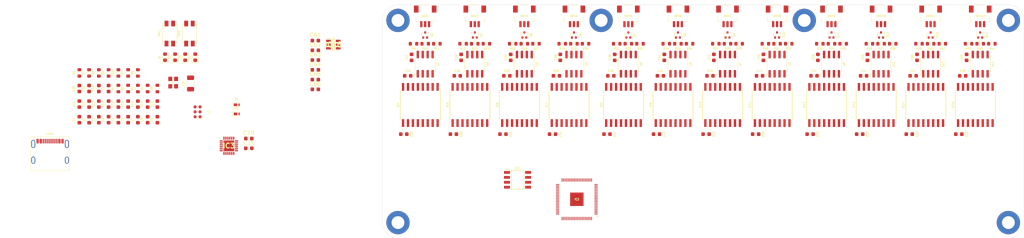
<source format=kicad_pcb>
(kicad_pcb (version 20241229) (generator "pcbnew") (generator_version "9.0")
  (layers (0 "F.Cu" signal) (4 "In1.Cu" power "GND.Cu") (6 "In2.Cu" power "PWR.Cu") (2 "B.Cu" signal) (13 "F.Paste" user) (15 "B.Paste" user) (5 "F.SilkS" user "F.Silkscreen") (7 "B.SilkS" user "B.Silkscreen") (1 "F.Mask" user) (3 "B.Mask" user) (25 "Edge.Cuts" user))
  (net 0 "")
  (net 1 "3V3")
  (net 2 "GND")
  (net 3 "1V1")
  (net 4 "Net-(IC2-VREG_LX)")
  (net 5 "Net-(IC2-VREG_AVDD)")
  (net 6 "/MCU/RUN")
  (net 7 "Net-(USB1-SHIELD)")
  (net 8 "/MCU/USB_DP")
  (net 9 "/MCU/USB_DN")
  (net 10 "/MCU/QSPI_SD2")
  (net 11 "/MCU/QSPI_SS")
  (net 12 "/MCU/QSPI_SD0")
  (net 13 "/MCU/QSPI_SD3")
  (net 14 "/MCU/QSPI_SCLK")
  (net 15 "/MCU/QSPI_SD1")
  (net 16 "5V0")
  (net 17 "/DMX_CH4/GND_DMX")
  (net 18 "/DMX_CH4/5V_DMX")
  (net 19 "/DMX_CH5/GND_DMX")
  (net 20 "Net-(IC2-XIN)")
  (net 21 "/DMX_CH5/5V_DMX")
  (net 23 "/DMX_CH6/5V_DMX")
  (net 24 "/DMX_CH6/GND_DMX")
  (net 25 "Net-(IC2-USB_DM)")
  (net 27 "Net-(IC2-USB_DP)")
  (net 28 "/DMX_CH7/5V_DMX")
  (net 29 "/DMX_CH7/GND_DMX")
  (net 35 "/MCU/SWD")
  (net 37 "/MCU/SWCLK")
  (net 41 "/DMX_CH4/DMX_P")
  (net 42 "/DMX_CH4/DMX_N")
  (net 43 "/DMX_CH5/DMX_N")
  (net 44 "/DMX_CH5/DMX_P")
  (net 45 "/DMX_CH6/DMX_N")
  (net 46 "/DMX_CH6/DMX_P")
  (net 47 "/DMX_CH7/DMX_P")
  (net 48 "/DMX_CH7/DMX_N")
  (net 49 "/DMX0_TXD")
  (net 51 "/DMX4_TXE")
  (net 52 "/MCU/SPI_CS_DISP")
  (net 55 "/DMX2_RXD")
  (net 57 "/DMX7_RXD")
  (net 58 "/DMX2_TXD")
  (net 59 "/DMX0_RXD")
  (net 60 "/DMX5_TXE")
  (net 62 "/DMX7_TXE")
  (net 63 "/MCU/ENC_B")
  (net 64 "/DMX4_TXD")
  (net 65 "/MCU/ENC_A")
  (net 66 "/DMX5_RXD")
  (net 67 "/DMX1_RXD")
  (net 68 "/DMX2_TXE")
  (net 69 "/MCU/ENC_SW")
  (net 71 "5V")
  (net 72 "/MCU/~{USB_BOOT}")
  (net 73 "Net-(USB1-CC1)")
  (net 74 "Net-(USB1-CC2)")
  (net 76 "/MCU/SPI_MISO")
  (net 79 "/DMX_CH0/GND_DMX")
  (net 80 "/DMX_CH0/5V_DMX")
  (net 81 "/DMX_CH1/GND_DMX")
  (net 82 "/DMX_CH1/5V_DMX")
  (net 83 "/DMX_CH2/GND_DMX")
  (net 84 "/DMX_CH2/5V_DMX")
  (net 85 "/DMX_CH3/5V_DMX")
  (net 86 "/DMX_CH3/GND_DMX")
  (net 87 "/DMX_CH0/DMX_P")
  (net 88 "/DMX_CH0/DMX_N")
  (net 89 "/DMX_CH1/DMX_N")
  (net 90 "/DMX_CH1/DMX_P")
  (net 91 "/DMX_CH2/DMX_N")
  (net 92 "/DMX_CH2/DMX_P")
  (net 93 "/DMX_CH3/DMX_P")
  (net 94 "/DMX_CH3/DMX_N")
  (net 95 "/DMX_CH0/RO_5V")
  (net 96 "/DMX_CH0/DE_5V")
  (net 97 "/DMX4_RXD")
  (net 98 "/DMX_CH0/DI_5V")
  (net 99 "/DMX_CH1/DI_5V")
  (net 100 "/DMX_CH1/DE_5V")
  (net 101 "/DMX_CH1/RO_5V")
  (net 102 "/DMX_CH2/DI_5V")
  (net 103 "/DMX_CH2/DE_5V")
  (net 104 "/DMX_CH2/RO_5V")
  (net 105 "/DMX_CH3/DE_5V")
  (net 106 "/DMX_CH3/RO_5V")
  (net 107 "/DMX_CH3/DI_5V")
  (net 108 "/DMX6_TXE")
  (net 109 "/DMX6_RXD")
  (net 110 "/MCU/SPI_SCLK")
  (net 111 "/DMX3_RXD")
  (net 113 "/DMX0_TXE")
  (net 114 "/DMX3_TXE")
  (net 116 "/DMX5_TXD")
  (net 118 "/DMX1_TXD")
  (net 120 "/MCU/I2C_SDA")
  (net 121 "/MCU/SPI_CS_ETH")
  (net 122 "/MCU/SPI_MOSI")
  (net 123 "/DMX10_RXD")
  (net 124 "/DMX7_TXD")
  (net 125 "/DMX1_TXE")
  (net 126 "/DMX8_RXD")
  (net 127 "/DMX3_TXD")
  (net 128 "/MCU/SPI_A0_DISP")
  (net 129 "/DMX6_TXD")
  (net 130 "/DMX8_TXE")
  (net 131 "/MCU/I2C_SCL")
  (net 132 "/DMX10_TXD")
  (net 133 "/DMX8_TXD")
  (net 134 "/DMX9_TXD")
  (net 136 "/DMX9_RXD")
  (net 137 "/DMX9_TXE")
  (net 139 "/DMX11_TXD")
  (net 140 "/DMX11_RXD")
  (net 141 "/MCU/EXP_INT")
  (net 144 "/DMX10_TXE")
  (net 145 "/MCU/NEO_PIXEL")
  (net 146 "/MCU/DEV_RST")
  (net 149 "/MCU/ETH_INT")
  (net 150 "/DMX11_TXE")
  (net 153 "/DMX_CH4/DI_5V")
  (net 154 "/DMX_CH4/DE_5V")
  (net 157 "/DMX_CH4/RO_5V")
  (net 158 "/DMX_CH5/DE_5V")
  (net 160 "/DMX_CH5/DI_5V")
  (net 165 "/DMX_CH5/RO_5V")
  (net 167 "/DMX_CH6/DE_5V")
  (net 168 "/DMX_CH6/RO_5V")
  (net 170 "/DMX_CH6/DI_5V")
  (net 175 "/DMX_CH7/DE_5V")
  (net 177 "/DMX_CH7/RO_5V")
  (net 179 "/DMX_CH7/DI_5V")
  (net 188 "/DMX_CH8/5V_DMX")
  (net 189 "/DMX_CH8/GND_DMX")
  (net 190 "/DMX_CH9/GND_DMX")
  (net 191 "/DMX_CH9/5V_DMX")
  (net 192 "/DMX_CH10/5V_DMX")
  (net 193 "/DMX_CH10/GND_DMX")
  (net 194 "/DMX_CH11/5V_DMX")
  (net 195 "/DMX_CH11/GND_DMX")
  (net 196 "/DMX_CH8/DMX_N")
  (net 197 "/DMX_CH8/DMX_P")
  (net 198 "/DMX_CH9/DMX_P")
  (net 199 "/DMX_CH9/DMX_N")
  (net 200 "/DMX_CH10/DMX_P")
  (net 201 "/DMX_CH10/DMX_N")
  (net 202 "/DMX_CH11/DMX_P")
  (net 203 "/DMX_CH11/DMX_N")
  (net 207 "/MCU/DISP_LED")
  (net 208 "/DMX_CH8/DI_5V")
  (net 209 "/DMX_CH8/RO_5V")
  (net 211 "/DMX_CH8/DE_5V")
  (net 215 "/DMX_CH9/RO_5V")
  (net 218 "/DMX_CH9/DE_5V")
  (net 219 "/DMX_CH9/DI_5V")
  (net 223 "/DMX_CH10/DE_5V")
  (net 224 "/DMX_CH10/RO_5V")
  (net 225 "/DMX_CH10/DI_5V")
  (net 231 "/DMX_CH11/RO_5V")
  (net 232 "/DMX_CH11/DE_5V")
  (net 233 "/DMX_CH11/DI_5V")
  (footprint "Capacitor_SMD:C_0603_1608Metric" (layer "F.Cu") (at 7.5 13.5 -90)
    (property "Reference" "C27")
    (property "Value" "1u/6V3")
  )
  (footprint "SamacSys_Parts:SM03BSRSSTBLFSN" (layer "F.Cu") (at 115.5 2.5 180)
    (property "Reference" "DMX9")
    (property "Value" "SM03B-SRSS-TB_LF__SN_" (hide yes))
  )
  (footprint "Resistor_SMD:R_0603_1608Metric" (layer "F.Cu") (at 14 10)
    (property "Reference" "R11")
    (property "Value" "R")
  )
  (footprint "SamacSys_Parts:18024215401H" (layer "F.Cu") (at 74.75 25.75)
    (property "Reference" "IC9")
    (property "Value" "18024215401H" (hide yes))
  )
  (footprint "Package_SO:SOIC-8_3.9x4.9mm_P1.27mm" (layer "F.Cu") (at 88.75 15.25 90)
    (property "Reference" "U7")
    (property "Value" "ST485E")
  )
  (footprint "Capacitor_SMD:C_0603_1608Metric" (layer "F.Cu") (at -62.895 25.525 90)
    (property "Reference" "C16")
    (property "Value" "0u1/6V3")
  )
  (footprint "Resistor_SMD:R_0603_1608Metric" (layer "F.Cu") (at 73 10)
    (property "Reference" "R24")
    (property "Value" "R")
  )
  (footprint "Capacitor_SMD:C_0603_1608Metric" (layer "F.Cu") (at -77.955 29.535 90)
    (property "Reference" "C1")
    (property "Value" "0u1/6V3")
  )
  (footprint "Capacitor_SMD:C_0603_1608Metric" (layer "F.Cu") (at -70.425 29.535 90)
    (property "Reference" "C4")
    (property "Value" "4u7/6V3")
  )
  (footprint "Resistor_SMD:R_0603_1608Metric" (layer "F.Cu") (at 8 10)
    (property "Reference" "R9")
    (property "Value" "R")
  )
  (footprint "Capacitor_SMD:C_0603_1608Metric" (layer "F.Cu") (at -67.915 25.525 90)
    (property "Reference" "C14")
    (property "Value" "0u1/6V3")
  )
  (footprint "Resistor_SMD:R_0603_1608Metric" (layer "F.Cu") (at 79 10)
    (property "Reference" "R26")
    (property "Value" "R")
  )
  (footprint "Resistor_SMD:R_0603_1608Metric" (layer "F.Cu") (at 63.25 10)
    (property "Reference" "R22")
    (property "Value" "R")
  )
  (footprint "Resistor_SMD:R_0603_1608Metric" (layer "F.Cu") (at -62.895 21.515 90)
    (property "Reference" "R3")
    (property "Value" "27")
  )
  (footprint "Resistor_SMD:R_0603_1608Metric" (layer "F.Cu") (at 23.75 10)
    (property "Reference" "R13")
    (property "Value" "R")
  )
  (footprint "Button_Switch_SMD:SW_SPST_EVQP2" (layer "F.Cu") (at -49.635 7.375 90)
    (property "Reference" "SW2")
    (property "Value" "SW_SPST")
  )
  (footprint "Package_TO_SOT_SMD:SOT-416" (layer "F.Cu") (at 153.75 7.75 90)
    (property "Reference" "D14")
    (property "Value" "RCLAMP0502B")
  )
  (footprint "Resistor_SMD:R_0603_1608Metric" (layer "F.Cu") (at 85.75 10)
    (property "Reference" "R27")
    (property "Value" "R")
  )
  (footprint "Capacitor_SMD:C_0603_1608Metric" (layer "F.Cu") (at 150.25 13.5 -90)
    (property "Reference" "C60")
    (property "Value" "1u/6V3")
  )
  (footprint "Capacitor_SMD:C_0603_1608Metric" (layer "F.Cu") (at -70.425 25.525 90)
    (property "Reference" "C13")
    (property "Value" "0u1/6V3")
  )
  (footprint "LED_SMD:LED_0603_1608Metric" (layer "F.Cu") (at -48.145 13.455 90)
    (property "Reference" "D4")
    (property "Value" "LED")
  )
  (footprint "Capacitor_SMD:C_0603_1608Metric" (layer "F.Cu") (at -70.425 21.515 90)
    (property "Reference" "L1")
    (property "Value" "3u3")
  )
  (footprint "Package_SO:SOIC-8_3.9x4.9mm_P1.27mm" (layer "F.Cu") (at 63.25 15.25 90)
    (property "Reference" "U5")
    (property "Value" "ST485E")
  )
  (footprint "Resistor_SMD:R_0603_1608Metric" (layer "F.Cu") (at 36.5 10)
    (property "Reference" "R16")
    (property "Value" "R")
  )
  (footprint "Resistor_SMD:R_0603_1608Metric" (layer "F.Cu") (at -65.405 17.505 90)
    (property "Reference" "R7")
    (property "Value" "5k1")
  )
  (footprint "Capacitor_SMD:C_0603_1608Metric" (layer "F.Cu") (at 33 13.5 -90)
    (property "Reference" "C33")
    (property "Value" "1u/6V3")
  )
  (footprint "Button_Switch_SMD:SW_SPST_EVQP2" (layer "F.Cu") (at -54.685 7.375 90)
    (property "Reference" "SW1")
    (property "Value" "SW_SPST")
  )
  (footprint "Capacitor_SMD:C_0603_1608Metric" (layer "F.Cu") (at -17.26 9.18)
    (property "Reference" "C61")
    (property "Value" "10u/6V3")
  )
  (footprint "Resistor_SMD:R_0603_1608Metric" (layer "F.Cu") (at 115.5 10)
    (property "Reference" "R34")
    (property "Value" "R")
  )
  (footprint "SamacSys_Parts:SM03BSRSSTBLFSN" (layer "F.Cu") (at 128.25 2.5 180)
    (property "Reference" "DMX10")
    (property "Value" "SM03B-SRSS-TB_LF__SN_" (hide yes))
  )
  (footprint "Resistor_SMD:R_0603_1608Metric" (layer "F.Cu") (at 144 10)
    (property "Reference" "R41")
    (property "Value" "R")
  )
  (footprint "Capacitor_SMD:C_0603_1608Metric" (layer "F.Cu") (at -34.37 36.89)
    (property "Reference" "C21")
    (property "Value" "0u1/6V3")
  )
  (footprint "SamacSys_Parts:18024215401H" (layer "F.Cu") (at 9.75 25.75)
    (property "Reference" "IC4")
    (property "Value" "18024215401H" (hide yes))
  )
  (footprint "SamacSys_Parts:SiT1602_2.5x2mm" (layer "F.Cu") (at -53.82 19.99 90)
    (property "Reference" "Y1")
    (property "Value" "SiT1602AC-13-33E-12.000000" (hide yes))
  )
  (footprint "Resistor_SMD:R_0603_1608Metric" (layer "F.Cu") (at 46.25 10)
    (property "Reference" "R18")
    (property "Value" "R")
  )
  (footprint "Resistor_SMD:R_0603_1608Metric" (layer "F.Cu") (at 20.75 10)
    (property "Reference" "R12")
    (property "Value" "R")
  )
  (footprint "Resistor_SMD:R_0603_1608Metric" (layer "F.Cu") (at 91.75 10)
    (property "Reference" "R29")
    (property "Value" "R")
  )
  (footprint "Capacitor_SMD:C_0603_1608Metric" (layer "F.Cu") (at 70.5 33.25)
    (property "Reference" "C40")
    (property "Value" "10u/6V3")
  )
  (footprint "Capacitor_SMD:C_0603_1608Metric" (layer "F.Cu") (at 124.75 13.5 -90)
    (property "Reference" "C53")
    (property "Value" "10u/6V3")
  )
  (footprint "Capacitor_SMD:C_0603_1608Metric" (layer "F.Cu") (at 57.75 33.25)
    (property "Reference" "C37")
    (property "Value" "10u/6V3")
  )
  (footprint "SamacSys_Parts:18024215401H" (layer "F.Cu") (at 100.25 25.75)
    (property "Reference" "IC11")
    (property "Value" "18024215401H" (hide yes))
  )
  (footprint "Resistor_SMD:R_0603_1608Metric" (layer "F.Cu") (at -70.425 17.505 90)
    (property "Reference" "R9")
    (property "Value" "10k")
  )
  (footprint "Package_SO:SOIC-8_3.9x4.9mm_P1.27mm" (layer "F.Cu") (at 49.25 15.25 90)
    (property "Reference" "U4")
    (property "Value" "ST485E")
  )
  (footprint "SamacSys_Parts:SM03BSRSSTBLFSN" (layer "F.Cu") (at 63.25 2.5 180)
    (property "Reference" "DMX5")
    (property "Value" "SM03B-SRSS-TB_LF__SN_" (hide yes))
  )
  (footprint "Package_TO_SOT_SMD:SOT-416" (layer "F.Cu") (at 11 7.75 90)
    (property "Reference" "D3")
    (property "Value" "RCLAMP0502B")
  )
  (footprint "SamacSys_Parts:18024215401H" (layer "F.Cu") (at 87.5 25.75)
    (property "Reference" "IC10")
    (property "Value" "18024215401H" (hide yes))
  )
  (footprint "Capacitor_SMD:C_0603_1608Metric" (layer "F.Cu") (at 83.25 33.25)
    (property "Reference" "C43")
    (property "Value" "10u/6V3")
  )
  (footprint "SamacSys_Parts:SM03BSRSSTBLFSN" (layer "F.Cu") (at 141 2.5 180)
    (property "Reference" "DMX11")
    (property "Value" "SM03B-SRSS-TB_LF__SN_" (hide yes))
  )
  (footprint "SamacSys_Parts:18024215401H" (layer "F.Cu") (at 22.5 25.75)
    (property "Reference" "IC5")
    (property "Value" "18024215401H" (hide yes))
  )
  (footprint "SamacSys_Parts:SM03BSRSSTBLFSN" (layer "F.Cu") (at 36.5 2.5 180)
    (property "Reference" "DMX3")
    (property "Value" "SM03B-SRSS-TB_LF__SN_" (hide yes))
  )
  (footprint "Diode_SMD:Nexperia_DSN1608-2_1.6x0.8mm" (layer "F.Cu") (at -37.485 28.05)
    (property "Reference" "D2")
    (property "Value" "PTVS5V0Z1USK")
  )
  (footprint "Capacitor_SMD:C_0603_1608Metric" (layer "F.Cu") (at 59.75 13.5 -90)
    (property "Reference" "C39")
    (property "Value" "1u/6V3")
  )
  (footprint "Package_TO_SOT_SMD:SOT-416" (layer "F.Cu") (at 141 7.75 90)
    (property "Reference" "D13")
    (property "Value" "RCLAMP0502B")
  )
  (footprint "Capacitor_SMD:C_0603_1608Metric" (layer "F.Cu") (at 97 18.25)
    (property "Reference" "C47")
    (property "Value" "10u/6V3")
  )
  (footprint "Package_TO_SOT_SMD:SOT-416" (layer "F.Cu") (at 76 7.75 90)
    (property "Reference" "D8")
    (property "Value" "RCLAMP0502B")
  )
  (footprint "Capacitor_SMD:C_0603_1608Metric" (layer "F.Cu") (at -77.955 21.515 90)
    (property "Reference" "C20")
    (property "Value" "0u1/6V3")
  )
  (footprint "Package_TO_SOT_SMD:SOT-416" (layer "F.Cu") (at 88.75 7.75 90)
    (property "Reference" "D9")
    (property "Value" "RCLAMP0502B")
  )
  (footprint "Resistor_SMD:R_0603_1608Metric" (layer "F.Cu") (at -57.875 21.515 90)
    (property "Reference" "R5")
    (property "Value" "33")
  )
  (footprint "Package_SO:SOIC-8_3.9x4.9mm_P1.27mm" (layer "F.Cu") (at 23.75 15.25 90)
    (property "Reference" "U2")
    (property "Value" "ST485E")
  )
  (footprint "Package_TO_SOT_SMD:SOT-416" (layer "F.Cu") (at 115.5 7.75 90)
    (property "Reference" "D11")
    (property "Value" "RCLAMP0502B")
  )
  (footprint "Capacitor_SMD:C_0603_1608Metric" (layer "F.Cu") (at 32 18.25)
    (property "Reference" "C32")
    (property "Value" "10u/6V3")
  )
  (footprint "Package_TO_SOT_SMD:SOT-416" (layer "F.Cu") (at 128.25 7.75 90)
    (property "Reference" "D12")
    (property "Value" "RCLAMP0502B")
  )
  (footprint "Resistor_SMD:R_0603_1608Metric" (layer "F.Cu") (at -67.915 17.505 90)
    (property "Reference" "R10")
    (property "Value" "10k")
  )
  (footprint "Capacitor_SMD:C_0603_1608Metric" (layer "F.Cu") (at 123.75 18.25)
    (property "Reference" "C54")
    (property "Value" "1u/6V3")
  )
  (footprint "Resistor_SMD:R_0603_1608Metric" (layer "F.Cu") (at -67.915 21.515 90)
    (property "Reference" "R1")
    (property "Value" "10k")
  )
  (footprint "Capacitor_SMD:C_0603_1608Metric" (layer "F.Cu") (at -65.405 25.525 90)
    (property "Reference" "C15")
    (property "Value" "0u1/6V3")
  )
  (footprint "Resistor_SMD:R_0603_1608Metric" (layer "F.Cu") (at 128.25 10)
    (property "Reference" "R37")
    (property "Value" "R")
  )
  (footprint "Capacitor_SMD:C_0603_1608Metric" (layer "F.Cu") (at 149.25 18.25)
    (property "Reference" "C59")
    (property "Value" "10u/6V3")
  )
  (footprint "Capacitor_SMD:C_0603_1608Metric" (layer "F.Cu") (at 96 33.25)
    (property "Reference" "C46")
    (property "Value" "10u/6V3")
  )
  (footprint "Package_TO_SOT_SMD:SOT-416" (layer "F.Cu") (at 101.5 7.75 90)
    (property "Reference" "D10")
    (property "Value" "RCLAMP0502B")
  )
  (footprint "Capacitor_SMD:C_0603_1608Metric" (layer "F.Cu") (at -72.935 25.525 90)
    (property "Reference" "C12")
    (property "Value" "0u1/6V3")
  )
  (footprint "Capacitor_SMD:C_0603_1608Metric" (layer "F.Cu") (at -60.385 29.535 90)
    (property "Reference" "C8")
    (property "Value" "0u1/6V3")
  )
  (footprint "Connector:Tag-Connect_TC2030-IDC-NL_2x03_P1.27mm_Vertical" (layer "F.Cu") (at -47.545 27.515 90)
    (property "Reference" "J1")
    (property "Value" "Conn_ARM_SWD_TagConnect_TC2030-NL")
  )
  (footprint "SamacSys_Parts:18024215401H" (layer "F.Cu") (at 35.25 25.75)
    (property "Reference" "IC6")
    (property "Value" "18024215401H" (hide yes))
  )
  (footprint "Capacitor_SMD:C_0603_1608Metric" (layer "F.Cu") (at -17.26 21.73)
    (property "Reference" "C66")
    (property "Value" "10u/6V3")
  )
  (footprint "Resistor_SMD:R_0603_1608Metric" (layer "F.Cu") (at -77.955 17.505 90)
    (property "Reference" "R6")
    (property "Value" "1k")
  )
  (footprint "SamacSys_Parts:18024215401H" (layer "F.Cu") (at 114.25 25.75)
    (property "Reference" "IC12")
    (property "Value" "18024215401H" (hide yes))
  )
  (footprint "Resistor_SMD:R_0603_1608Metric" (layer "F.Cu") (at 33.5 10)
    (property "Reference" "R15")
    (property "Value" "R")
  )
  (footprint "Capacitor_SMD:C_0603_1608Metric" (layer "F.Cu") (at 19.25 18.25)
    (property "Reference" "C30")
    (property "Value" "1u/6V3")
  )
  (footprint "Resistor_SMD:R_0603_1608Metric" (layer "F.Cu") (at 76 10)
    (property "Reference" "R25")
    (property "Value" "R")
  )
  (footprint "Capacitor_SMD:C_0603_1608Metric" (layer "F.Cu") (at 84.25 18.25)
    (property "Reference" "C45")
    (property "Value" "1u/6V3")
  )
  (footprint "Capacitor_SMD:C_0603_1608Metric" (layer "F.Cu") (at -17.26 19.22)
    (property "Reference" "C65")
    (property "Value" "10u/6V3")
  )
  (footprint "Resistor_SMD:R_0603_1608Metric" (layer "F.Cu") (at 156.75 10)
    (property "Reference" "R44")
    (property "Value" "R")
  )
  (footprint "Resistor_SMD:R_0603_1608Metric" (layer "F.Cu") (at 66.25 10)
    (property "Reference" "R23")
    (property "Value" "R")
  )
  (footprint "Resistor_SMD:R_0603_1608Metric" (layer "F.Cu") (at -60.385 21.515 90)
    (property "Reference" "R4")
    (property "Value" "27")
  )
  (footprint "Resistor_SMD:R_0603_1608Metric" (layer "F.Cu") (at 104.5 10)
    (property "Reference" "R32")
    (property "Value" "R")
  )
  (footprint "Capacitor_SMD:C_0603_1608Metric" (layer "F.Cu") (at 148.25 33.25)
    (property "Reference" "C58")
    (property "Value" "10u/6V3")
  )
  (footprint "Package_TO_SOT_SMD:SOT-416" (layer "F.Cu") (at 63.25 7.75 90)
    (property "Reference" "D7")
    (property "Value" "RCLAMP0502B")
  )
  (footprint "SamacSys_Parts:SOT95P280X95-6N" (layer "F.Cu") (at -12.63 10.225)
    (property "Reference" "IC16")
    (property "Value" "TPP361063-T6TR" (hide yes))
  )
  (footprint "SamacSys_Parts:SM03BSRSSTBLFSN" (layer "F.Cu") (at 23.75 2.5 180)
    (property "Reference" "DMX2")
    (property "Value" "SM03B-SRSS-TB_LF__SN_" (hide yes))
  )
  (footprint "Package_TO_SOT_SMD:SOT-416" (layer "F.Cu") (at 23.75 7.75 90)
    (property "Reference" "D4")
    (property "Value" "RCLAMP0502B")
  )
  (footprint "Capacitor_SMD:C_0603_1608Metric" (layer "F.Cu") (at 31 33.25)
    (property "Reference" "C31")
    (property "Value" "10u/6V3")
  )
  (footprint "Capacitor_SMD:C_0603_1608Metric" (layer "F.Cu") (at 58.75 18.25)
    (property "Reference" "C38")
    (property "Value" "10u/6V3")
  )
  (footprint "SamacSys_Parts:18024215401H" (layer "F.Cu") (at 152.5 25.75)
    (property "Reference" "IC15")
    (property "Value" "18024215401H" (hide yes))
  )
  (footprint "Capacitor_SMD:C_0603_1608Metric" (layer "F.Cu") (at 135.5 33.25)
    (property "Reference" "C55")
    (property "Value" "10u/6V3")
  )
  (footprint "SamacSys_Parts:SM03BSRSSTBLFSN" (layer "F.Cu") (at 101.5 2.5 180)
    (property "Reference" "DMX8")
    (property "Value" "SM03B-SRSS-TB_LF__SN_" (hide yes))
  )
  (footprint "Capacitor_SMD:C_0603_1608Metric" (layer "F.Cu") (at 43.75 33.25)
    (property "Reference" "C34")
    (property "Value" "10u/6V3")
  )
  (footprint "Resistor_SMD:R_0603_1608Metric" (layer "F.Cu") (at 112.5 10)
    (property "Reference" "R33")
    (property "Value" "R")
  )
  (footprint "Capacitor_SMD:C_0603_1608Metric" (layer "F.Cu") (at 71.5 18.25)
    (property "Reference" "C42")
    (property "Value" "1u/6V3")
  )
  (footprint "Capacitor_SMD:C_0603_1608Metric" (layer "F.Cu") (at 6.5 18.25)
    (property "Reference" "C26")
    (property "Value" "10u/6V3")
  )
  (footprint "Capacitor_SMD:C_0603_1608Metric" (layer "F.Cu") (at 111 18.25)
    (property "Reference" "C51")
    (property "Value" "1u/6V3")
  )
  (footprint "SamacSys_Parts:18024215401H" (layer "F.Cu") (at 48 25.75)
    (property "Reference" "IC7")
    (property "Value" "18024215401H" (hide yes))
  )
  (footprint "Resistor_SMD:R_0603_1608Metric" (layer "F.Cu") (at 11 10)
    (property "Reference" "R10")
    (property "Value" "R")
  )
  (footprint "SamacSys_Parts:USB4105-GF-A" (layer "F.Cu") (at -85.485 39.95)
    (property "Reference" "USB1")
    (property "Value" "~")
  )
  (footprint "Package_SO:SOIC-8_3.9x4.9mm_P1.27mm" (layer "F.Cu") (at 153.75 15.25 90)
    (property "Reference" "U12")
    (property "Value" "ST485E")
  )
  (footprint "SamacSys_Parts:18024215401H" (layer "F.Cu") (at 127 25.75)
    (property "Reference" "IC13")
    (property "Value" "18024215401H" (hide yes))
  )
  (footprint "SamacSys_Parts:SM03BSRSSTBLFSN" (layer "F.Cu") (at 153.75 2.5 180)
    (property "Reference" "DMX12")
    (property "Value" "SM03B-SRSS-TB_LF__SN_" (hide yes))
  )
  (footprint "Capacitor_SMD:C_0603_1608Metric" (layer "F.Cu") (at -17.26 11.69)
    (property "Reference" "C62")
    (property "Value" "10u/6V3")
  )
  (footprint "Resistor_SMD:R_0603_1608Metric" (layer "F.Cu") (at 60.25 10)
    (property "Reference" "R21")
    (property "Value" "R")
  )
  (footprint "SamacSys_Parts:18024215401H" (layer "F.Cu") (at 62 25.75)
    (property "Reference" "IC8")
    (property "Value" "18024215401H" (hide yes))
  )
  (footprint "Capacitor_SMD:C_0603_1608Metric" (layer "F.Cu") (at -72.935 29.535 90)
    (property "Reference" "C3")
    (property "Value" "4u7/6V3")
  )
  (footprint "Capacitor_SMD:C_0603_1608Metric" (layer "F.Cu") (at 44.75 18.25)
    (property "Reference" "C35")
    (property "Value" "10u/6V3")
  )
  (footprint "Package_SO:SOIC-8_3.9x4.9mm_P1.27mm" (layer "F.Cu") (at 36.5 15.25 90)
    (property "Reference" "U3")
    (property "Value" "ST485E")
  )
  (footprint "Capacitor_SMD:C_0603_1608Metric" (layer "F.Cu") (at 18.25 33.25)
    (property "Reference" "C28")
    (property "Value" "10u/6V3")
  )
  (footprint "Resistor_SMD:R_0603_1608Metric" (layer "F.Cu") (at 141 10)
    (property "Reference" "R40")
    (property "Value" "R")
  )
  (footprint "Resistor_SMD:R_0603_1608Metric" (layer "F.Cu") (at -72.935 17.505 90)
    (property "Reference" "R8")
    (property "Value" "10k")
  )
  (footprint "Package_SO:SOIC-8_3.9x4.9mm_P1.27mm" (layer "F.Cu") (at 76 15.25 90)
    (property "Reference" "U6")
    (property "Value" "ST485E")
  )
  (footprint "SamacSys_Parts:QFN50P400X400X80-25N-D" (layer "F.Cu") (at -39.5 36.25)
    (property "Reference" "IC3")
    (property "Value" "KTS1622EUAA-TR" (hide yes))
  )
  (footprint "Resistor_SMD:R_0603_1608Metric" (layer "F.Cu") (at 39.5 10)
    (property "Reference" "R17")
    (property "Value" "R")
  )
  (footprint "Capacitor_SMD:C_0603_1608Metric" (layer "F.Cu") (at -77.955 25.525 90)
    (property "Reference" "C10")
    (property "Value" "0u1/6V3")
  )
  (footprint "Resistor_SMD:R_0603_1608Metric" (layer "F.Cu") (at 153.75 10)
    (property "Reference" "R43")
    (property "Value" "R")
  )
  (footprint "Resistor_SMD:R_0603_1608Metric" (layer "F.Cu") (at -75.445 17.505 90)
    (property "Reference" "R7")
    (property "Value" "10k")
  )
  (footprint "Resistor_SMD:R_0603_1608Metric" (layer "F.Cu") (at 131.25 10)
    (property "Reference" "R38")
    (property "Value" "R")
  )
  (footprint "Capacitor_SMD:C_0603_1608Metric" (layer "F.Cu") (at 112 13.5 -90)
    (property "Reference" "C50")
    (property "Value" "10u/6V3")
  )
  (footprint "LED_SMD:LED_0603_1608Metric" (layer "F.Cu") (at -55.915 13.455 90)
    (property "Reference" "D1")
    (property "Value" "LED")
  )
  (footprint "SamacSys_Parts:SOIC127P600X175-8N" (layer "F.Cu") (at 34.75 45)
    (property "Reference" "IC1")
    (property "Value" "W25Q16JVSNIQ" (hide yes))
  )
  (footprint "Capacitor_SMD:C_0603_1608Metric" (layer "F.Cu") (at -17.26 14.2)
    (property "Reference" "C63")
    (property "Value" "10u/6V3")
  )
  (footprint "Capacitor_SMD:C_0603_1608Metric" (layer "F.Cu") (at 137.5 13.5 -90)
    (property "Reference" "C56")
    (property "Value" "10u/6V3")
  )
  (footprint "Capacitor_SMD:C_0603_1608Metric" (layer "F.Cu") (at 110 33.25)
    (property "Reference" "C49")
    (property "Value" "10u/6V3")
  )
  (footprint "Package_SO:SOIC-8_3.9x4.9mm_P1.27mm" (layer "F.Cu") (at 141 15.25 90)
    (property "Reference" "U11")
    (property "Value" "ST485E")
  )
  (footprint "Capacitor_SMD:C_0603_1608Metric" (layer "F.Cu") (at -60.385 25.525 90)
    (property "Reference" "C17")
    (property "Value" "0u1/6V3")
  )
  (footprint "Capacitor_SMD:C_1206_3216Metric" (layer "F.Cu") (at -49.345 20.215 90)
    (property "Reference" "C24")
    (property "Value" "1n/2kV")
  )
  (footprint "Resistor_SMD:R_0603_1608Metric" (layer "F.Cu") (at 125.25 10)
    (property "Reference" "R36")
    (property "Value" "R")
  )
  (footprint "Capacitor_SMD:C_0603_1608Metric" (layer "F.Cu") (at -65.405 29.535 90)
    (property "Reference" "C6")
    (property "Value" "0u1/6V3")
  )
  (footprint "Capacitor_SMD:C_0603_1608Metric" (layer "F.Cu") (at -75.445 25.525 90)
    (property "Reference" "C11")
    (property "Value" "0u1/6V3")
  )
  (footprint "Resistor_SMD:R_0603_1608Metric" (layer "F.Cu") (at 49.25 10)
    (property "Reference" "R19")
    (property "Value" "R")
  )
  (footprint "Package_TO_SOT_SMD:SOT-416" (layer "F.Cu") (at 49.25 7.75 90)
    (property "Reference" "D6")
    (property "Value" "RCLAMP0502B")
  )
  (footprint "SamacSys_Parts:SM03BSRSSTBLFSN" (layer "F.Cu") (at 11 2.5 180)
    (property "Reference" "DMX1")
    (property "Value" "SM03B-SRSS-TB_LF__SN_" (hide yes))
  )
  (footprint "Package_SO:SOIC-8_3.9x4.9mm_P1.27mm" (layer "F.Cu") (at 128.25 15.25 90)
    (property "Reference" "U10")
    (property "Value" "ST485E")
  )
  (footprint "Diode_SMD:Nexperia_DSN1608-2_1.6x0.8mm" (layer "F.Cu") (at -37.485 25.7)
    (property "Reference" "D1")
    (property "Value" "PTVS5V0Z1USK")
  )
  (footprint "Capacitor_SMD:C_0603_1608Metric" (layer "F.Cu") (at -57.875 25.525 90)
    (property "Reference" "C18")
    (property "Value" "0u1/6V3")
  )
  (footprint "Capacitor_SMD:C_0603_1608Metric" (layer "F.Cu") (at -67.915 29.535 90)
    (property "Reference" "C5")
    (property "Value" "4u7/6V3")
  )
  (footprint "Capacitor_SMD:C_0603_1608Metric" (layer "F.Cu") (at 5.5 33.25)
    (property "Reference" "C25")
    (property "Value" "10u/6V3")
  )
  (footprint "Package_TO_SOT_SMD:SOT-416" (layer "F.Cu") (at 36.5 7.75 90)
    (property "Reference" "D5")
    (property "Value" "RCLAMP0502B")
  )
  (footprint "Resistor_SMD:R_0603_1608Metric" (layer "F.Cu") (at 52.25 10)
    (property "Reference" "R20")
    (property "Value" "R")
  )
  (footprint "Resistor_SMD:R_0603_1608Metric" (layer "F.Cu") (at 88.75 10)
    (property "Reference" "R28")
    (property "Value" "R")
  )
  (footprint "Resistor_SMD:R_0603_1608Metric" (layer "F.Cu") (at 118.5 10)
    (property "Reference" "R35")
    (property "Value" "R")
  )
  (footprint "Capacitor_SMD:C_0603_1608Metric" (layer "F.Cu") (at 98 13.5 -90)
    (property "Reference" "C48")
    (property "Value" "1u/6V3")
  )
  (footprint "Package_SO:SOIC-8_3.9x4.9mm_P1.27mm" (layer "F.Cu") (at 101.5 15.25 90)
    (property "Reference" "U8")
    (property "Value" "ST485E")
  )
  (footprint "SamacSys_Parts:SM03BSRSSTBLFSN" (layer "F.Cu") (at 88.75 2.5 180)
    (property "Reference" "DMX7")
    (property "Value" "SM03B-SRSS-TB_LF__SN_" (hide yes))
  )
  (footprint "Capacitor_SMD:C_0603_1608Metric" (layer "F.Cu") (at 72.5 13.5 -90)
    (property "Reference" "C41")
    (property "Value" "10u/6V3")
  )
  (footprint "Package_SO:SOIC-8_3.9x4.9mm_P1.27mm" (layer "F.Cu") (at 11 15.25 90)
    (property "Reference" "U1")
    (property "Value" "ST485E")
  )
  (footprint "Capacitor_SMD:C_0603_1608Metric" (layer "F.Cu") (at 122.75 33.25)
    (property "Reference" "C52")
    (property "Value" "10u/6V3")
  )
  (footprint "Capacitor_SMD:C_0603_1608Metric" (layer "F.Cu") (at -75.445 29.535 90)
    (property "Reference" "C2")
    (property "Value" "0u1/6V3")
  )
  (footprint "Capacitor_SMD:C_0603_1608Metric" (layer "F.Cu") (at 136.5 18.25)
    (property "Reference" "C57")
    (property "Value" "1u/6V3")
  )
  (footprint "Capacitor_SMD:C_0603_1608Metric" (layer "F.Cu") (at 45.75 13.5 -90)
    (property "Reference" "C36")
    (property "Value" "1u/6V3")
  )
  (footprint "Capacitor_SMD:C_0603_1608Metric" (layer "F.Cu") (at -72.935 21.515 90)
    (property "Reference" "C23")
    (property "Value" "0u1/6V3")
  )
  (footprint "LED_SMD:LED_0603_1608Metric" (layer "F.Cu") (at -50.735 13.455 90)
    (property "Reference" "D3")
    (property "Value" "LED")
  )
  (footprint "Resistor_SMD:R_0603_1608Metric" (layer "F.Cu") (at 26.75 10)
    (property "Reference" "R14")
    (property "Value" "R")
  )
  (footprint "SamacSys_Parts:QFN40P1000X1000X90-81N-D" (layer "F.Cu") (at 50 50 180)
    (property "Reference" "IC2")
    (property "Value" "RP2350B" (hide yes))
  )
  (footprint "Capacitor_SMD:C_0603_1608Metric" (layer "F.Cu") (at -57.875 29.535 90)
    (property "Reference" "C9")
    (property "Value" "0u1/6V3")
  )
  (footprint "Capacitor_SMD:C_0603_1608Metric" (layer "F.Cu") (at -17.26 16.71)
    (property "Reference" "C64")
    (property "Value" "10u/6V3")
  )
  (footprint "Capacitor_SMD:C_0603_1608Metric" (layer "F.Cu") (at -34.37 34.38)
    (property "Reference" "C19")
    (property "Value" "0u1/6V3")
  )
  (footprint "SamacSys_Parts:SM03BSRSSTBLFSN" (layer "F.Cu") (at 76 2.5 180)
    (property "Reference" "DMX6")
    (property "Value" "SM03B-SRSS-TB_LF__SN_" (hide yes))
  )
  (footprint "Resistor_SMD:R_0603_1608Metric" (layer "F.Cu") (at 138 10)
    (property "Reference" "R39")
    (property "Value" "R")
  )
  (footprint "Package_SO:SOIC-8_3.9x4.9mm_P1.27mm" (layer "F.Cu") (at 115.5 15.25 90)
    (property "Reference" "U9")
    (property "Value" "ST485E")
  )
  (footprint "Capacitor_SMD:C_0603_1608Metric" (layer "F.Cu") (at -75.445 21.515 90)
    (property "Reference" "C22")
    (property "Value" "0u1/6V3")
  )
  (footprint "Resistor_SMD:R_0603_1608Metric" (layer "F.Cu") (at 101.5 10)
    (property "Reference" "R31")
    (property "Value" "R")
  )
  (footprint "SamacSys_Parts:SM03BSRSSTBLFSN" (layer "F.Cu") (at 49.25 2.5 180)
    (property "Reference" "DMX4")
    (property "Value" "SM03B-SRSS-TB_LF__SN_" (hide yes))
  )
  (footprint "SamacSys_Parts:18024215401H" (layer "F.Cu") (at 139.75 25.75)
    (property "Reference" "IC14")
    (property "Value" "18024215401H" (hide yes))
  )
  (footprint "Capacitor_SMD:C_0603_1608Metric" (layer "F.Cu") (at -62.895 29.535 90)
    (property "Reference" "C7")
    (property "Value" "4u7/6V3")
  )
  (footprint "Capacitor_SMD:C_0603_1608Metric" (layer "F.Cu") (at 85.25 13.5 -90)
    (property "Reference" "C44")
    (property "Value" "10u/6V3")
  )
  (footprint "Resistor_SMD:R_0603_1608Metric" (layer "F.Cu") (at 98.5 10)
    (property "Reference" "R30")
    (property "Value" "R")
  )
  (footprint "Resistor_SMD:R_0603_1608Metric" (layer "F.Cu") (at -62.895 17.505 90)
    (property "Reference" "R8")
    (property "Value" "5k1")
  )
  (footprint "Resistor_SMD:R_0603_1608Metric" (layer "F.Cu") (at 150.75 10)
    (property "Reference" "R42")
    (property "Value" "R")
  )
  (footprint "Capacitor_SMD:C_0603_1608Metric" (layer "F.Cu") (at 20.25 13.5 -90)
    (property "Reference" "C29")
    (property "Value" "10u/6V3")
  )
  (footprint "Resistor_SMD:R_0603_1608Metric" (layer "F.Cu") (at -65.405 21.515 90)
    (property "Reference" "R2")
    (property "Value" "1k")
  )
  (footprint "LED_SMD:LED_0603_1608Metric" (layer "F.Cu") (at -53.325 13.455 90)
    (property "Reference" "D2")
    (property "Value" "LED")
  )
  (gr_line (start 4 0) (end 161 0) (stroke (width 0.05)) (layer "Edge.Cuts"))
  (gr_line (start 0 4) (end 0 56) (stroke (width 0.05)) (layer "Edge.Cuts"))
  (gr_arc (start 0 4) (mid 1.171573 1.171573) (end 4 0) (stroke (width 0.05)) (layer "Edge.Cuts"))
  (gr_arc (start 4 60) (mid 1.171573 58.828427) (end 0 56) (stroke (width 0.05)) (layer "Edge.Cuts"))
  (gr_line (start 4 60) (end 161 60) (stroke (width 0.05)) (layer "Edge.Cuts"))
  (gr_arc (start 161 0) (mid 163.828427 1.171573) (end 165 4) (stroke (width 0.05)) (layer "Edge.Cuts"))
  (gr_line (start 165 4) (end 165 56) (stroke (width 0.05)) (layer "Edge.Cuts"))
  (gr_arc (start 165 56) (mid 163.828427 58.828427) (end 161 60) (stroke (width 0.05)) (layer "Edge.Cuts"))
  (via (at 161 4) (size 6) (drill 3.3) (layers "F.Cu" "B.Cu") (net 0))
  (via (at 161 56) (size 6) (drill 3.3) (layers "F.Cu" "B.Cu") (net 0))
  (via (at 4 56) (size 6) (drill 3.3) (layers "F.Cu" "B.Cu") (net 0))
  (via (at 56.25 4) (size 6) (drill 3.3) (layers "F.Cu" "B.Cu") (net 0))
  (via (at 4 4) (size 6) (drill 3.3) (layers "F.Cu" "B.Cu") (net 0))
  (via (at 108.5 4) (size 6) (drill 3.3) (layers "F.Cu" "B.Cu") (net 0))
)
</source>
